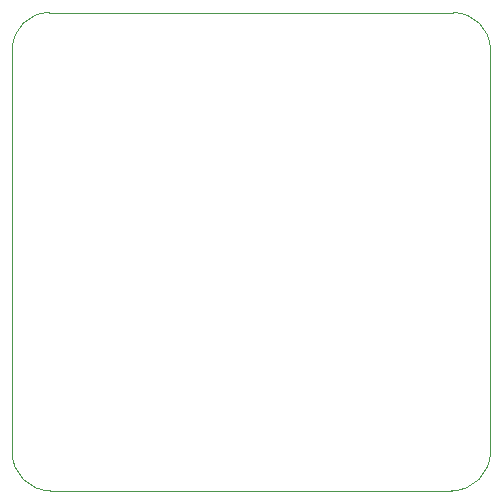
<source format=gbr>
%TF.GenerationSoftware,KiCad,Pcbnew,5.1.10-88a1d61d58~88~ubuntu18.04.1*%
%TF.CreationDate,2021-11-12T10:28:21+07:00*%
%TF.ProjectId,MX8Mx_EVK_MIPI_CSI-TEKNIQUE_OCLEA_OS08A20-ADAPTER,4d58384d-785f-4455-964b-5f4d4950495f,rev?*%
%TF.SameCoordinates,Original*%
%TF.FileFunction,Profile,NP*%
%FSLAX46Y46*%
G04 Gerber Fmt 4.6, Leading zero omitted, Abs format (unit mm)*
G04 Created by KiCad (PCBNEW 5.1.10-88a1d61d58~88~ubuntu18.04.1) date 2021-11-12 10:28:21*
%MOMM*%
%LPD*%
G01*
G04 APERTURE LIST*
%TA.AperFunction,Profile*%
%ADD10C,0.050000*%
%TD*%
G04 APERTURE END LIST*
D10*
X142748000Y-113233200D02*
G75*
G02*
X139461240Y-116519960I-3286760J0D01*
G01*
X105481120Y-116519960D02*
G75*
G02*
X102260400Y-113299240I0J3220720D01*
G01*
X102265480Y-79141320D02*
G75*
G02*
X105374440Y-76032360I3108960J0D01*
G01*
X139613640Y-76037440D02*
G75*
G02*
X142748000Y-79161640I5080J-3129280D01*
G01*
X142748000Y-79161640D02*
X142748000Y-113233200D01*
X105374440Y-76032360D02*
X139613640Y-76037440D01*
X102260400Y-113299240D02*
X102265480Y-79141320D01*
X139461240Y-116519960D02*
X105481120Y-116519960D01*
M02*

</source>
